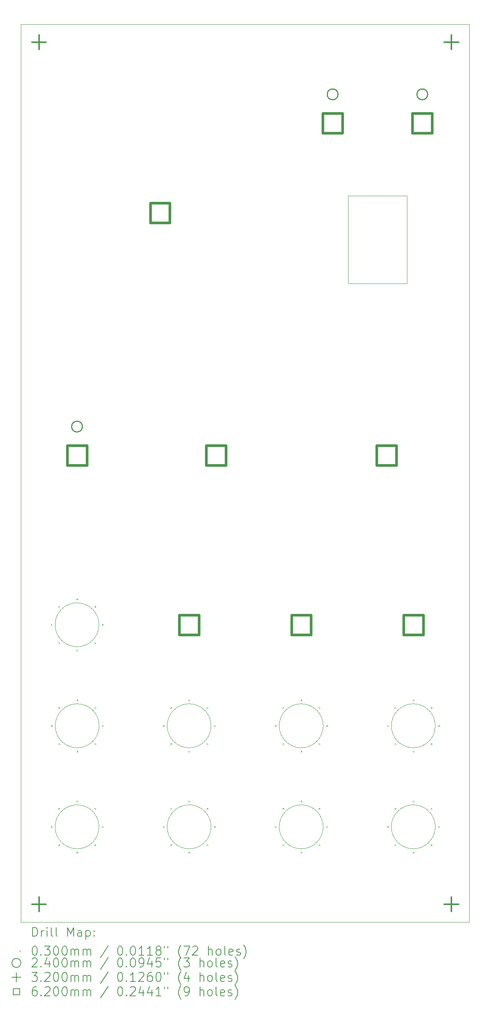
<source format=gbr>
%TF.GenerationSoftware,KiCad,Pcbnew,8.0.3*%
%TF.CreationDate,2024-06-29T18:44:25+02:00*%
%TF.ProjectId,DMH_VCO_40106_PANEL,444d485f-5643-44f5-9f34-303130365f50,1*%
%TF.SameCoordinates,Original*%
%TF.FileFunction,Drillmap*%
%TF.FilePolarity,Positive*%
%FSLAX45Y45*%
G04 Gerber Fmt 4.5, Leading zero omitted, Abs format (unit mm)*
G04 Created by KiCad (PCBNEW 8.0.3) date 2024-06-29 18:44:25*
%MOMM*%
%LPD*%
G01*
G04 APERTURE LIST*
%ADD10C,0.050000*%
%ADD11C,0.200000*%
%ADD12C,0.100000*%
%ADD13C,0.240000*%
%ADD14C,0.320000*%
%ADD15C,0.620000*%
G04 APERTURE END LIST*
D10*
X5000000Y-5000000D02*
X15000000Y-5000000D01*
X15000000Y-25000000D01*
X5000000Y-25000000D01*
X5000000Y-5000000D01*
X11740000Y-22875000D02*
G75*
G02*
X10760000Y-22875000I-490000J0D01*
G01*
X10760000Y-22875000D02*
G75*
G02*
X11740000Y-22875000I490000J0D01*
G01*
X6740000Y-22875000D02*
G75*
G02*
X5760000Y-22875000I-490000J0D01*
G01*
X5760000Y-22875000D02*
G75*
G02*
X6740000Y-22875000I490000J0D01*
G01*
X14240000Y-20625000D02*
G75*
G02*
X13260000Y-20625000I-490000J0D01*
G01*
X13260000Y-20625000D02*
G75*
G02*
X14240000Y-20625000I490000J0D01*
G01*
X9240000Y-20625000D02*
G75*
G02*
X8260000Y-20625000I-490000J0D01*
G01*
X8260000Y-20625000D02*
G75*
G02*
X9240000Y-20625000I490000J0D01*
G01*
X12295000Y-8822000D02*
X13605000Y-8822000D01*
X12295000Y-10778000D02*
X12295000Y-8822000D01*
X12295000Y-10778000D02*
X13605000Y-10778000D01*
X13605000Y-10778000D02*
X13605000Y-8822000D01*
X6744000Y-20625000D02*
G75*
G02*
X5764000Y-20625000I-490000J0D01*
G01*
X5764000Y-20625000D02*
G75*
G02*
X6744000Y-20625000I490000J0D01*
G01*
X11740000Y-20625000D02*
G75*
G02*
X10760000Y-20625000I-490000J0D01*
G01*
X10760000Y-20625000D02*
G75*
G02*
X11740000Y-20625000I490000J0D01*
G01*
X14240000Y-22875000D02*
G75*
G02*
X13260000Y-22875000I-490000J0D01*
G01*
X13260000Y-22875000D02*
G75*
G02*
X14240000Y-22875000I490000J0D01*
G01*
X9240000Y-22875000D02*
G75*
G02*
X8260000Y-22875000I-490000J0D01*
G01*
X8260000Y-22875000D02*
G75*
G02*
X9240000Y-22875000I490000J0D01*
G01*
X6740000Y-18375000D02*
G75*
G02*
X5760000Y-18375000I-490000J0D01*
G01*
X5760000Y-18375000D02*
G75*
G02*
X6740000Y-18375000I490000J0D01*
G01*
D11*
D12*
X5665000Y-18360000D02*
X5695000Y-18390000D01*
X5695000Y-18360000D02*
X5665000Y-18390000D01*
X5665000Y-22860000D02*
X5695000Y-22890000D01*
X5695000Y-22860000D02*
X5665000Y-22890000D01*
X5669000Y-20610000D02*
X5699000Y-20640000D01*
X5699000Y-20610000D02*
X5669000Y-20640000D01*
X5831000Y-17957000D02*
X5861000Y-17987000D01*
X5861000Y-17957000D02*
X5831000Y-17987000D01*
X5831000Y-22457000D02*
X5861000Y-22487000D01*
X5861000Y-22457000D02*
X5831000Y-22487000D01*
X5832000Y-18764000D02*
X5862000Y-18794000D01*
X5862000Y-18764000D02*
X5832000Y-18794000D01*
X5832000Y-23264000D02*
X5862000Y-23294000D01*
X5862000Y-23264000D02*
X5832000Y-23294000D01*
X5835000Y-20207000D02*
X5865000Y-20237000D01*
X5865000Y-20207000D02*
X5835000Y-20237000D01*
X5836000Y-21014000D02*
X5866000Y-21044000D01*
X5866000Y-21014000D02*
X5836000Y-21044000D01*
X6235000Y-17790000D02*
X6265000Y-17820000D01*
X6265000Y-17790000D02*
X6235000Y-17820000D01*
X6235000Y-18930000D02*
X6265000Y-18960000D01*
X6265000Y-18930000D02*
X6235000Y-18960000D01*
X6235000Y-22290000D02*
X6265000Y-22320000D01*
X6265000Y-22290000D02*
X6235000Y-22320000D01*
X6235000Y-23430000D02*
X6265000Y-23460000D01*
X6265000Y-23430000D02*
X6235000Y-23460000D01*
X6239000Y-20040000D02*
X6269000Y-20070000D01*
X6269000Y-20040000D02*
X6239000Y-20070000D01*
X6239000Y-21180000D02*
X6269000Y-21210000D01*
X6269000Y-21180000D02*
X6239000Y-21210000D01*
X6638000Y-18764000D02*
X6668000Y-18794000D01*
X6668000Y-18764000D02*
X6638000Y-18794000D01*
X6638000Y-23264000D02*
X6668000Y-23294000D01*
X6668000Y-23264000D02*
X6638000Y-23294000D01*
X6639000Y-17957000D02*
X6669000Y-17987000D01*
X6669000Y-17957000D02*
X6639000Y-17987000D01*
X6639000Y-22457000D02*
X6669000Y-22487000D01*
X6669000Y-22457000D02*
X6639000Y-22487000D01*
X6642000Y-21014000D02*
X6672000Y-21044000D01*
X6672000Y-21014000D02*
X6642000Y-21044000D01*
X6643000Y-20207000D02*
X6673000Y-20237000D01*
X6673000Y-20207000D02*
X6643000Y-20237000D01*
X6805000Y-18360000D02*
X6835000Y-18390000D01*
X6835000Y-18360000D02*
X6805000Y-18390000D01*
X6805000Y-22860000D02*
X6835000Y-22890000D01*
X6835000Y-22860000D02*
X6805000Y-22890000D01*
X6809000Y-20610000D02*
X6839000Y-20640000D01*
X6839000Y-20610000D02*
X6809000Y-20640000D01*
X8165000Y-20610000D02*
X8195000Y-20640000D01*
X8195000Y-20610000D02*
X8165000Y-20640000D01*
X8165000Y-22860000D02*
X8195000Y-22890000D01*
X8195000Y-22860000D02*
X8165000Y-22890000D01*
X8331000Y-20207000D02*
X8361000Y-20237000D01*
X8361000Y-20207000D02*
X8331000Y-20237000D01*
X8331000Y-22457000D02*
X8361000Y-22487000D01*
X8361000Y-22457000D02*
X8331000Y-22487000D01*
X8332000Y-21014000D02*
X8362000Y-21044000D01*
X8362000Y-21014000D02*
X8332000Y-21044000D01*
X8332000Y-23264000D02*
X8362000Y-23294000D01*
X8362000Y-23264000D02*
X8332000Y-23294000D01*
X8735000Y-20040000D02*
X8765000Y-20070000D01*
X8765000Y-20040000D02*
X8735000Y-20070000D01*
X8735000Y-21180000D02*
X8765000Y-21210000D01*
X8765000Y-21180000D02*
X8735000Y-21210000D01*
X8735000Y-22290000D02*
X8765000Y-22320000D01*
X8765000Y-22290000D02*
X8735000Y-22320000D01*
X8735000Y-23430000D02*
X8765000Y-23460000D01*
X8765000Y-23430000D02*
X8735000Y-23460000D01*
X9138000Y-21014000D02*
X9168000Y-21044000D01*
X9168000Y-21014000D02*
X9138000Y-21044000D01*
X9138000Y-23264000D02*
X9168000Y-23294000D01*
X9168000Y-23264000D02*
X9138000Y-23294000D01*
X9139000Y-20207000D02*
X9169000Y-20237000D01*
X9169000Y-20207000D02*
X9139000Y-20237000D01*
X9139000Y-22457000D02*
X9169000Y-22487000D01*
X9169000Y-22457000D02*
X9139000Y-22487000D01*
X9305000Y-20610000D02*
X9335000Y-20640000D01*
X9335000Y-20610000D02*
X9305000Y-20640000D01*
X9305000Y-22860000D02*
X9335000Y-22890000D01*
X9335000Y-22860000D02*
X9305000Y-22890000D01*
X10665000Y-20610000D02*
X10695000Y-20640000D01*
X10695000Y-20610000D02*
X10665000Y-20640000D01*
X10665000Y-22860000D02*
X10695000Y-22890000D01*
X10695000Y-22860000D02*
X10665000Y-22890000D01*
X10831000Y-20207000D02*
X10861000Y-20237000D01*
X10861000Y-20207000D02*
X10831000Y-20237000D01*
X10831000Y-22457000D02*
X10861000Y-22487000D01*
X10861000Y-22457000D02*
X10831000Y-22487000D01*
X10832000Y-21014000D02*
X10862000Y-21044000D01*
X10862000Y-21014000D02*
X10832000Y-21044000D01*
X10832000Y-23264000D02*
X10862000Y-23294000D01*
X10862000Y-23264000D02*
X10832000Y-23294000D01*
X11235000Y-20040000D02*
X11265000Y-20070000D01*
X11265000Y-20040000D02*
X11235000Y-20070000D01*
X11235000Y-21180000D02*
X11265000Y-21210000D01*
X11265000Y-21180000D02*
X11235000Y-21210000D01*
X11235000Y-22290000D02*
X11265000Y-22320000D01*
X11265000Y-22290000D02*
X11235000Y-22320000D01*
X11235000Y-23430000D02*
X11265000Y-23460000D01*
X11265000Y-23430000D02*
X11235000Y-23460000D01*
X11638000Y-21014000D02*
X11668000Y-21044000D01*
X11668000Y-21014000D02*
X11638000Y-21044000D01*
X11638000Y-23264000D02*
X11668000Y-23294000D01*
X11668000Y-23264000D02*
X11638000Y-23294000D01*
X11639000Y-20207000D02*
X11669000Y-20237000D01*
X11669000Y-20207000D02*
X11639000Y-20237000D01*
X11639000Y-22457000D02*
X11669000Y-22487000D01*
X11669000Y-22457000D02*
X11639000Y-22487000D01*
X11805000Y-20610000D02*
X11835000Y-20640000D01*
X11835000Y-20610000D02*
X11805000Y-20640000D01*
X11805000Y-22860000D02*
X11835000Y-22890000D01*
X11835000Y-22860000D02*
X11805000Y-22890000D01*
X13165000Y-20610000D02*
X13195000Y-20640000D01*
X13195000Y-20610000D02*
X13165000Y-20640000D01*
X13165000Y-22860000D02*
X13195000Y-22890000D01*
X13195000Y-22860000D02*
X13165000Y-22890000D01*
X13331000Y-20207000D02*
X13361000Y-20237000D01*
X13361000Y-20207000D02*
X13331000Y-20237000D01*
X13331000Y-22457000D02*
X13361000Y-22487000D01*
X13361000Y-22457000D02*
X13331000Y-22487000D01*
X13332000Y-21014000D02*
X13362000Y-21044000D01*
X13362000Y-21014000D02*
X13332000Y-21044000D01*
X13332000Y-23264000D02*
X13362000Y-23294000D01*
X13362000Y-23264000D02*
X13332000Y-23294000D01*
X13735000Y-20040000D02*
X13765000Y-20070000D01*
X13765000Y-20040000D02*
X13735000Y-20070000D01*
X13735000Y-21180000D02*
X13765000Y-21210000D01*
X13765000Y-21180000D02*
X13735000Y-21210000D01*
X13735000Y-22290000D02*
X13765000Y-22320000D01*
X13765000Y-22290000D02*
X13735000Y-22320000D01*
X13735000Y-23430000D02*
X13765000Y-23460000D01*
X13765000Y-23430000D02*
X13735000Y-23460000D01*
X14138000Y-21014000D02*
X14168000Y-21044000D01*
X14168000Y-21014000D02*
X14138000Y-21044000D01*
X14138000Y-23264000D02*
X14168000Y-23294000D01*
X14168000Y-23264000D02*
X14138000Y-23294000D01*
X14139000Y-20207000D02*
X14169000Y-20237000D01*
X14169000Y-20207000D02*
X14139000Y-20237000D01*
X14139000Y-22457000D02*
X14169000Y-22487000D01*
X14169000Y-22457000D02*
X14139000Y-22487000D01*
X14305000Y-20610000D02*
X14335000Y-20640000D01*
X14335000Y-20610000D02*
X14305000Y-20640000D01*
X14305000Y-22860000D02*
X14335000Y-22890000D01*
X14335000Y-22860000D02*
X14305000Y-22890000D01*
D13*
X6370000Y-13960000D02*
G75*
G02*
X6130000Y-13960000I-120000J0D01*
G01*
X6130000Y-13960000D02*
G75*
G02*
X6370000Y-13960000I120000J0D01*
G01*
X12070000Y-6560000D02*
G75*
G02*
X11830000Y-6560000I-120000J0D01*
G01*
X11830000Y-6560000D02*
G75*
G02*
X12070000Y-6560000I120000J0D01*
G01*
X14070000Y-6560000D02*
G75*
G02*
X13830000Y-6560000I-120000J0D01*
G01*
X13830000Y-6560000D02*
G75*
G02*
X14070000Y-6560000I120000J0D01*
G01*
D14*
X5400000Y-5240000D02*
X5400000Y-5560000D01*
X5240000Y-5400000D02*
X5560000Y-5400000D01*
X5400000Y-24440000D02*
X5400000Y-24760000D01*
X5240000Y-24600000D02*
X5560000Y-24600000D01*
X14600000Y-5240000D02*
X14600000Y-5560000D01*
X14440000Y-5400000D02*
X14760000Y-5400000D01*
X14600000Y-24440000D02*
X14600000Y-24760000D01*
X14440000Y-24600000D02*
X14760000Y-24600000D01*
D15*
X6469205Y-14819205D02*
X6469205Y-14380795D01*
X6030795Y-14380795D01*
X6030795Y-14819205D01*
X6469205Y-14819205D01*
X8319205Y-9419205D02*
X8319205Y-8980795D01*
X7880795Y-8980795D01*
X7880795Y-9419205D01*
X8319205Y-9419205D01*
X8969205Y-18594205D02*
X8969205Y-18155795D01*
X8530795Y-18155795D01*
X8530795Y-18594205D01*
X8969205Y-18594205D01*
X9569205Y-14819205D02*
X9569205Y-14380795D01*
X9130795Y-14380795D01*
X9130795Y-14819205D01*
X9569205Y-14819205D01*
X11469205Y-18594205D02*
X11469205Y-18155795D01*
X11030795Y-18155795D01*
X11030795Y-18594205D01*
X11469205Y-18594205D01*
X12169205Y-7419205D02*
X12169205Y-6980795D01*
X11730795Y-6980795D01*
X11730795Y-7419205D01*
X12169205Y-7419205D01*
X13369205Y-14819205D02*
X13369205Y-14380795D01*
X12930795Y-14380795D01*
X12930795Y-14819205D01*
X13369205Y-14819205D01*
X13969205Y-18594205D02*
X13969205Y-18155795D01*
X13530795Y-18155795D01*
X13530795Y-18594205D01*
X13969205Y-18594205D01*
X14169205Y-7419205D02*
X14169205Y-6980795D01*
X13730795Y-6980795D01*
X13730795Y-7419205D01*
X14169205Y-7419205D01*
D11*
X5258277Y-25313984D02*
X5258277Y-25113984D01*
X5258277Y-25113984D02*
X5305896Y-25113984D01*
X5305896Y-25113984D02*
X5334467Y-25123508D01*
X5334467Y-25123508D02*
X5353515Y-25142555D01*
X5353515Y-25142555D02*
X5363039Y-25161603D01*
X5363039Y-25161603D02*
X5372563Y-25199698D01*
X5372563Y-25199698D02*
X5372563Y-25228269D01*
X5372563Y-25228269D02*
X5363039Y-25266365D01*
X5363039Y-25266365D02*
X5353515Y-25285412D01*
X5353515Y-25285412D02*
X5334467Y-25304460D01*
X5334467Y-25304460D02*
X5305896Y-25313984D01*
X5305896Y-25313984D02*
X5258277Y-25313984D01*
X5458277Y-25313984D02*
X5458277Y-25180650D01*
X5458277Y-25218746D02*
X5467801Y-25199698D01*
X5467801Y-25199698D02*
X5477324Y-25190174D01*
X5477324Y-25190174D02*
X5496372Y-25180650D01*
X5496372Y-25180650D02*
X5515420Y-25180650D01*
X5582086Y-25313984D02*
X5582086Y-25180650D01*
X5582086Y-25113984D02*
X5572563Y-25123508D01*
X5572563Y-25123508D02*
X5582086Y-25133031D01*
X5582086Y-25133031D02*
X5591610Y-25123508D01*
X5591610Y-25123508D02*
X5582086Y-25113984D01*
X5582086Y-25113984D02*
X5582086Y-25133031D01*
X5705896Y-25313984D02*
X5686848Y-25304460D01*
X5686848Y-25304460D02*
X5677324Y-25285412D01*
X5677324Y-25285412D02*
X5677324Y-25113984D01*
X5810658Y-25313984D02*
X5791610Y-25304460D01*
X5791610Y-25304460D02*
X5782086Y-25285412D01*
X5782086Y-25285412D02*
X5782086Y-25113984D01*
X6039229Y-25313984D02*
X6039229Y-25113984D01*
X6039229Y-25113984D02*
X6105896Y-25256841D01*
X6105896Y-25256841D02*
X6172562Y-25113984D01*
X6172562Y-25113984D02*
X6172562Y-25313984D01*
X6353515Y-25313984D02*
X6353515Y-25209222D01*
X6353515Y-25209222D02*
X6343991Y-25190174D01*
X6343991Y-25190174D02*
X6324943Y-25180650D01*
X6324943Y-25180650D02*
X6286848Y-25180650D01*
X6286848Y-25180650D02*
X6267801Y-25190174D01*
X6353515Y-25304460D02*
X6334467Y-25313984D01*
X6334467Y-25313984D02*
X6286848Y-25313984D01*
X6286848Y-25313984D02*
X6267801Y-25304460D01*
X6267801Y-25304460D02*
X6258277Y-25285412D01*
X6258277Y-25285412D02*
X6258277Y-25266365D01*
X6258277Y-25266365D02*
X6267801Y-25247317D01*
X6267801Y-25247317D02*
X6286848Y-25237793D01*
X6286848Y-25237793D02*
X6334467Y-25237793D01*
X6334467Y-25237793D02*
X6353515Y-25228269D01*
X6448753Y-25180650D02*
X6448753Y-25380650D01*
X6448753Y-25190174D02*
X6467801Y-25180650D01*
X6467801Y-25180650D02*
X6505896Y-25180650D01*
X6505896Y-25180650D02*
X6524943Y-25190174D01*
X6524943Y-25190174D02*
X6534467Y-25199698D01*
X6534467Y-25199698D02*
X6543991Y-25218746D01*
X6543991Y-25218746D02*
X6543991Y-25275888D01*
X6543991Y-25275888D02*
X6534467Y-25294936D01*
X6534467Y-25294936D02*
X6524943Y-25304460D01*
X6524943Y-25304460D02*
X6505896Y-25313984D01*
X6505896Y-25313984D02*
X6467801Y-25313984D01*
X6467801Y-25313984D02*
X6448753Y-25304460D01*
X6629705Y-25294936D02*
X6639229Y-25304460D01*
X6639229Y-25304460D02*
X6629705Y-25313984D01*
X6629705Y-25313984D02*
X6620182Y-25304460D01*
X6620182Y-25304460D02*
X6629705Y-25294936D01*
X6629705Y-25294936D02*
X6629705Y-25313984D01*
X6629705Y-25190174D02*
X6639229Y-25199698D01*
X6639229Y-25199698D02*
X6629705Y-25209222D01*
X6629705Y-25209222D02*
X6620182Y-25199698D01*
X6620182Y-25199698D02*
X6629705Y-25190174D01*
X6629705Y-25190174D02*
X6629705Y-25209222D01*
D12*
X4967500Y-25627500D02*
X4997500Y-25657500D01*
X4997500Y-25627500D02*
X4967500Y-25657500D01*
D11*
X5296372Y-25533984D02*
X5315420Y-25533984D01*
X5315420Y-25533984D02*
X5334467Y-25543508D01*
X5334467Y-25543508D02*
X5343991Y-25553031D01*
X5343991Y-25553031D02*
X5353515Y-25572079D01*
X5353515Y-25572079D02*
X5363039Y-25610174D01*
X5363039Y-25610174D02*
X5363039Y-25657793D01*
X5363039Y-25657793D02*
X5353515Y-25695888D01*
X5353515Y-25695888D02*
X5343991Y-25714936D01*
X5343991Y-25714936D02*
X5334467Y-25724460D01*
X5334467Y-25724460D02*
X5315420Y-25733984D01*
X5315420Y-25733984D02*
X5296372Y-25733984D01*
X5296372Y-25733984D02*
X5277324Y-25724460D01*
X5277324Y-25724460D02*
X5267801Y-25714936D01*
X5267801Y-25714936D02*
X5258277Y-25695888D01*
X5258277Y-25695888D02*
X5248753Y-25657793D01*
X5248753Y-25657793D02*
X5248753Y-25610174D01*
X5248753Y-25610174D02*
X5258277Y-25572079D01*
X5258277Y-25572079D02*
X5267801Y-25553031D01*
X5267801Y-25553031D02*
X5277324Y-25543508D01*
X5277324Y-25543508D02*
X5296372Y-25533984D01*
X5448753Y-25714936D02*
X5458277Y-25724460D01*
X5458277Y-25724460D02*
X5448753Y-25733984D01*
X5448753Y-25733984D02*
X5439229Y-25724460D01*
X5439229Y-25724460D02*
X5448753Y-25714936D01*
X5448753Y-25714936D02*
X5448753Y-25733984D01*
X5524944Y-25533984D02*
X5648753Y-25533984D01*
X5648753Y-25533984D02*
X5582086Y-25610174D01*
X5582086Y-25610174D02*
X5610658Y-25610174D01*
X5610658Y-25610174D02*
X5629705Y-25619698D01*
X5629705Y-25619698D02*
X5639229Y-25629222D01*
X5639229Y-25629222D02*
X5648753Y-25648269D01*
X5648753Y-25648269D02*
X5648753Y-25695888D01*
X5648753Y-25695888D02*
X5639229Y-25714936D01*
X5639229Y-25714936D02*
X5629705Y-25724460D01*
X5629705Y-25724460D02*
X5610658Y-25733984D01*
X5610658Y-25733984D02*
X5553515Y-25733984D01*
X5553515Y-25733984D02*
X5534467Y-25724460D01*
X5534467Y-25724460D02*
X5524944Y-25714936D01*
X5772562Y-25533984D02*
X5791610Y-25533984D01*
X5791610Y-25533984D02*
X5810658Y-25543508D01*
X5810658Y-25543508D02*
X5820182Y-25553031D01*
X5820182Y-25553031D02*
X5829705Y-25572079D01*
X5829705Y-25572079D02*
X5839229Y-25610174D01*
X5839229Y-25610174D02*
X5839229Y-25657793D01*
X5839229Y-25657793D02*
X5829705Y-25695888D01*
X5829705Y-25695888D02*
X5820182Y-25714936D01*
X5820182Y-25714936D02*
X5810658Y-25724460D01*
X5810658Y-25724460D02*
X5791610Y-25733984D01*
X5791610Y-25733984D02*
X5772562Y-25733984D01*
X5772562Y-25733984D02*
X5753515Y-25724460D01*
X5753515Y-25724460D02*
X5743991Y-25714936D01*
X5743991Y-25714936D02*
X5734467Y-25695888D01*
X5734467Y-25695888D02*
X5724943Y-25657793D01*
X5724943Y-25657793D02*
X5724943Y-25610174D01*
X5724943Y-25610174D02*
X5734467Y-25572079D01*
X5734467Y-25572079D02*
X5743991Y-25553031D01*
X5743991Y-25553031D02*
X5753515Y-25543508D01*
X5753515Y-25543508D02*
X5772562Y-25533984D01*
X5963039Y-25533984D02*
X5982086Y-25533984D01*
X5982086Y-25533984D02*
X6001134Y-25543508D01*
X6001134Y-25543508D02*
X6010658Y-25553031D01*
X6010658Y-25553031D02*
X6020182Y-25572079D01*
X6020182Y-25572079D02*
X6029705Y-25610174D01*
X6029705Y-25610174D02*
X6029705Y-25657793D01*
X6029705Y-25657793D02*
X6020182Y-25695888D01*
X6020182Y-25695888D02*
X6010658Y-25714936D01*
X6010658Y-25714936D02*
X6001134Y-25724460D01*
X6001134Y-25724460D02*
X5982086Y-25733984D01*
X5982086Y-25733984D02*
X5963039Y-25733984D01*
X5963039Y-25733984D02*
X5943991Y-25724460D01*
X5943991Y-25724460D02*
X5934467Y-25714936D01*
X5934467Y-25714936D02*
X5924943Y-25695888D01*
X5924943Y-25695888D02*
X5915420Y-25657793D01*
X5915420Y-25657793D02*
X5915420Y-25610174D01*
X5915420Y-25610174D02*
X5924943Y-25572079D01*
X5924943Y-25572079D02*
X5934467Y-25553031D01*
X5934467Y-25553031D02*
X5943991Y-25543508D01*
X5943991Y-25543508D02*
X5963039Y-25533984D01*
X6115420Y-25733984D02*
X6115420Y-25600650D01*
X6115420Y-25619698D02*
X6124943Y-25610174D01*
X6124943Y-25610174D02*
X6143991Y-25600650D01*
X6143991Y-25600650D02*
X6172563Y-25600650D01*
X6172563Y-25600650D02*
X6191610Y-25610174D01*
X6191610Y-25610174D02*
X6201134Y-25629222D01*
X6201134Y-25629222D02*
X6201134Y-25733984D01*
X6201134Y-25629222D02*
X6210658Y-25610174D01*
X6210658Y-25610174D02*
X6229705Y-25600650D01*
X6229705Y-25600650D02*
X6258277Y-25600650D01*
X6258277Y-25600650D02*
X6277324Y-25610174D01*
X6277324Y-25610174D02*
X6286848Y-25629222D01*
X6286848Y-25629222D02*
X6286848Y-25733984D01*
X6382086Y-25733984D02*
X6382086Y-25600650D01*
X6382086Y-25619698D02*
X6391610Y-25610174D01*
X6391610Y-25610174D02*
X6410658Y-25600650D01*
X6410658Y-25600650D02*
X6439229Y-25600650D01*
X6439229Y-25600650D02*
X6458277Y-25610174D01*
X6458277Y-25610174D02*
X6467801Y-25629222D01*
X6467801Y-25629222D02*
X6467801Y-25733984D01*
X6467801Y-25629222D02*
X6477324Y-25610174D01*
X6477324Y-25610174D02*
X6496372Y-25600650D01*
X6496372Y-25600650D02*
X6524943Y-25600650D01*
X6524943Y-25600650D02*
X6543991Y-25610174D01*
X6543991Y-25610174D02*
X6553515Y-25629222D01*
X6553515Y-25629222D02*
X6553515Y-25733984D01*
X6943991Y-25524460D02*
X6772563Y-25781603D01*
X7201134Y-25533984D02*
X7220182Y-25533984D01*
X7220182Y-25533984D02*
X7239229Y-25543508D01*
X7239229Y-25543508D02*
X7248753Y-25553031D01*
X7248753Y-25553031D02*
X7258277Y-25572079D01*
X7258277Y-25572079D02*
X7267801Y-25610174D01*
X7267801Y-25610174D02*
X7267801Y-25657793D01*
X7267801Y-25657793D02*
X7258277Y-25695888D01*
X7258277Y-25695888D02*
X7248753Y-25714936D01*
X7248753Y-25714936D02*
X7239229Y-25724460D01*
X7239229Y-25724460D02*
X7220182Y-25733984D01*
X7220182Y-25733984D02*
X7201134Y-25733984D01*
X7201134Y-25733984D02*
X7182086Y-25724460D01*
X7182086Y-25724460D02*
X7172563Y-25714936D01*
X7172563Y-25714936D02*
X7163039Y-25695888D01*
X7163039Y-25695888D02*
X7153515Y-25657793D01*
X7153515Y-25657793D02*
X7153515Y-25610174D01*
X7153515Y-25610174D02*
X7163039Y-25572079D01*
X7163039Y-25572079D02*
X7172563Y-25553031D01*
X7172563Y-25553031D02*
X7182086Y-25543508D01*
X7182086Y-25543508D02*
X7201134Y-25533984D01*
X7353515Y-25714936D02*
X7363039Y-25724460D01*
X7363039Y-25724460D02*
X7353515Y-25733984D01*
X7353515Y-25733984D02*
X7343991Y-25724460D01*
X7343991Y-25724460D02*
X7353515Y-25714936D01*
X7353515Y-25714936D02*
X7353515Y-25733984D01*
X7486848Y-25533984D02*
X7505896Y-25533984D01*
X7505896Y-25533984D02*
X7524944Y-25543508D01*
X7524944Y-25543508D02*
X7534467Y-25553031D01*
X7534467Y-25553031D02*
X7543991Y-25572079D01*
X7543991Y-25572079D02*
X7553515Y-25610174D01*
X7553515Y-25610174D02*
X7553515Y-25657793D01*
X7553515Y-25657793D02*
X7543991Y-25695888D01*
X7543991Y-25695888D02*
X7534467Y-25714936D01*
X7534467Y-25714936D02*
X7524944Y-25724460D01*
X7524944Y-25724460D02*
X7505896Y-25733984D01*
X7505896Y-25733984D02*
X7486848Y-25733984D01*
X7486848Y-25733984D02*
X7467801Y-25724460D01*
X7467801Y-25724460D02*
X7458277Y-25714936D01*
X7458277Y-25714936D02*
X7448753Y-25695888D01*
X7448753Y-25695888D02*
X7439229Y-25657793D01*
X7439229Y-25657793D02*
X7439229Y-25610174D01*
X7439229Y-25610174D02*
X7448753Y-25572079D01*
X7448753Y-25572079D02*
X7458277Y-25553031D01*
X7458277Y-25553031D02*
X7467801Y-25543508D01*
X7467801Y-25543508D02*
X7486848Y-25533984D01*
X7743991Y-25733984D02*
X7629706Y-25733984D01*
X7686848Y-25733984D02*
X7686848Y-25533984D01*
X7686848Y-25533984D02*
X7667801Y-25562555D01*
X7667801Y-25562555D02*
X7648753Y-25581603D01*
X7648753Y-25581603D02*
X7629706Y-25591127D01*
X7934467Y-25733984D02*
X7820182Y-25733984D01*
X7877325Y-25733984D02*
X7877325Y-25533984D01*
X7877325Y-25533984D02*
X7858277Y-25562555D01*
X7858277Y-25562555D02*
X7839229Y-25581603D01*
X7839229Y-25581603D02*
X7820182Y-25591127D01*
X8048753Y-25619698D02*
X8029706Y-25610174D01*
X8029706Y-25610174D02*
X8020182Y-25600650D01*
X8020182Y-25600650D02*
X8010658Y-25581603D01*
X8010658Y-25581603D02*
X8010658Y-25572079D01*
X8010658Y-25572079D02*
X8020182Y-25553031D01*
X8020182Y-25553031D02*
X8029706Y-25543508D01*
X8029706Y-25543508D02*
X8048753Y-25533984D01*
X8048753Y-25533984D02*
X8086848Y-25533984D01*
X8086848Y-25533984D02*
X8105896Y-25543508D01*
X8105896Y-25543508D02*
X8115420Y-25553031D01*
X8115420Y-25553031D02*
X8124944Y-25572079D01*
X8124944Y-25572079D02*
X8124944Y-25581603D01*
X8124944Y-25581603D02*
X8115420Y-25600650D01*
X8115420Y-25600650D02*
X8105896Y-25610174D01*
X8105896Y-25610174D02*
X8086848Y-25619698D01*
X8086848Y-25619698D02*
X8048753Y-25619698D01*
X8048753Y-25619698D02*
X8029706Y-25629222D01*
X8029706Y-25629222D02*
X8020182Y-25638746D01*
X8020182Y-25638746D02*
X8010658Y-25657793D01*
X8010658Y-25657793D02*
X8010658Y-25695888D01*
X8010658Y-25695888D02*
X8020182Y-25714936D01*
X8020182Y-25714936D02*
X8029706Y-25724460D01*
X8029706Y-25724460D02*
X8048753Y-25733984D01*
X8048753Y-25733984D02*
X8086848Y-25733984D01*
X8086848Y-25733984D02*
X8105896Y-25724460D01*
X8105896Y-25724460D02*
X8115420Y-25714936D01*
X8115420Y-25714936D02*
X8124944Y-25695888D01*
X8124944Y-25695888D02*
X8124944Y-25657793D01*
X8124944Y-25657793D02*
X8115420Y-25638746D01*
X8115420Y-25638746D02*
X8105896Y-25629222D01*
X8105896Y-25629222D02*
X8086848Y-25619698D01*
X8201134Y-25533984D02*
X8201134Y-25572079D01*
X8277325Y-25533984D02*
X8277325Y-25572079D01*
X8572563Y-25810174D02*
X8563039Y-25800650D01*
X8563039Y-25800650D02*
X8543991Y-25772079D01*
X8543991Y-25772079D02*
X8534468Y-25753031D01*
X8534468Y-25753031D02*
X8524944Y-25724460D01*
X8524944Y-25724460D02*
X8515420Y-25676841D01*
X8515420Y-25676841D02*
X8515420Y-25638746D01*
X8515420Y-25638746D02*
X8524944Y-25591127D01*
X8524944Y-25591127D02*
X8534468Y-25562555D01*
X8534468Y-25562555D02*
X8543991Y-25543508D01*
X8543991Y-25543508D02*
X8563039Y-25514936D01*
X8563039Y-25514936D02*
X8572563Y-25505412D01*
X8629706Y-25533984D02*
X8763039Y-25533984D01*
X8763039Y-25533984D02*
X8677325Y-25733984D01*
X8829706Y-25553031D02*
X8839230Y-25543508D01*
X8839230Y-25543508D02*
X8858277Y-25533984D01*
X8858277Y-25533984D02*
X8905896Y-25533984D01*
X8905896Y-25533984D02*
X8924944Y-25543508D01*
X8924944Y-25543508D02*
X8934468Y-25553031D01*
X8934468Y-25553031D02*
X8943991Y-25572079D01*
X8943991Y-25572079D02*
X8943991Y-25591127D01*
X8943991Y-25591127D02*
X8934468Y-25619698D01*
X8934468Y-25619698D02*
X8820182Y-25733984D01*
X8820182Y-25733984D02*
X8943991Y-25733984D01*
X9182087Y-25733984D02*
X9182087Y-25533984D01*
X9267801Y-25733984D02*
X9267801Y-25629222D01*
X9267801Y-25629222D02*
X9258277Y-25610174D01*
X9258277Y-25610174D02*
X9239230Y-25600650D01*
X9239230Y-25600650D02*
X9210658Y-25600650D01*
X9210658Y-25600650D02*
X9191611Y-25610174D01*
X9191611Y-25610174D02*
X9182087Y-25619698D01*
X9391611Y-25733984D02*
X9372563Y-25724460D01*
X9372563Y-25724460D02*
X9363039Y-25714936D01*
X9363039Y-25714936D02*
X9353515Y-25695888D01*
X9353515Y-25695888D02*
X9353515Y-25638746D01*
X9353515Y-25638746D02*
X9363039Y-25619698D01*
X9363039Y-25619698D02*
X9372563Y-25610174D01*
X9372563Y-25610174D02*
X9391611Y-25600650D01*
X9391611Y-25600650D02*
X9420182Y-25600650D01*
X9420182Y-25600650D02*
X9439230Y-25610174D01*
X9439230Y-25610174D02*
X9448753Y-25619698D01*
X9448753Y-25619698D02*
X9458277Y-25638746D01*
X9458277Y-25638746D02*
X9458277Y-25695888D01*
X9458277Y-25695888D02*
X9448753Y-25714936D01*
X9448753Y-25714936D02*
X9439230Y-25724460D01*
X9439230Y-25724460D02*
X9420182Y-25733984D01*
X9420182Y-25733984D02*
X9391611Y-25733984D01*
X9572563Y-25733984D02*
X9553515Y-25724460D01*
X9553515Y-25724460D02*
X9543992Y-25705412D01*
X9543992Y-25705412D02*
X9543992Y-25533984D01*
X9724944Y-25724460D02*
X9705896Y-25733984D01*
X9705896Y-25733984D02*
X9667801Y-25733984D01*
X9667801Y-25733984D02*
X9648753Y-25724460D01*
X9648753Y-25724460D02*
X9639230Y-25705412D01*
X9639230Y-25705412D02*
X9639230Y-25629222D01*
X9639230Y-25629222D02*
X9648753Y-25610174D01*
X9648753Y-25610174D02*
X9667801Y-25600650D01*
X9667801Y-25600650D02*
X9705896Y-25600650D01*
X9705896Y-25600650D02*
X9724944Y-25610174D01*
X9724944Y-25610174D02*
X9734468Y-25629222D01*
X9734468Y-25629222D02*
X9734468Y-25648269D01*
X9734468Y-25648269D02*
X9639230Y-25667317D01*
X9810658Y-25724460D02*
X9829706Y-25733984D01*
X9829706Y-25733984D02*
X9867801Y-25733984D01*
X9867801Y-25733984D02*
X9886849Y-25724460D01*
X9886849Y-25724460D02*
X9896373Y-25705412D01*
X9896373Y-25705412D02*
X9896373Y-25695888D01*
X9896373Y-25695888D02*
X9886849Y-25676841D01*
X9886849Y-25676841D02*
X9867801Y-25667317D01*
X9867801Y-25667317D02*
X9839230Y-25667317D01*
X9839230Y-25667317D02*
X9820182Y-25657793D01*
X9820182Y-25657793D02*
X9810658Y-25638746D01*
X9810658Y-25638746D02*
X9810658Y-25629222D01*
X9810658Y-25629222D02*
X9820182Y-25610174D01*
X9820182Y-25610174D02*
X9839230Y-25600650D01*
X9839230Y-25600650D02*
X9867801Y-25600650D01*
X9867801Y-25600650D02*
X9886849Y-25610174D01*
X9963039Y-25810174D02*
X9972563Y-25800650D01*
X9972563Y-25800650D02*
X9991611Y-25772079D01*
X9991611Y-25772079D02*
X10001134Y-25753031D01*
X10001134Y-25753031D02*
X10010658Y-25724460D01*
X10010658Y-25724460D02*
X10020182Y-25676841D01*
X10020182Y-25676841D02*
X10020182Y-25638746D01*
X10020182Y-25638746D02*
X10010658Y-25591127D01*
X10010658Y-25591127D02*
X10001134Y-25562555D01*
X10001134Y-25562555D02*
X9991611Y-25543508D01*
X9991611Y-25543508D02*
X9972563Y-25514936D01*
X9972563Y-25514936D02*
X9963039Y-25505412D01*
X4997500Y-25906500D02*
G75*
G02*
X4797500Y-25906500I-100000J0D01*
G01*
X4797500Y-25906500D02*
G75*
G02*
X4997500Y-25906500I100000J0D01*
G01*
X5248753Y-25817031D02*
X5258277Y-25807508D01*
X5258277Y-25807508D02*
X5277324Y-25797984D01*
X5277324Y-25797984D02*
X5324944Y-25797984D01*
X5324944Y-25797984D02*
X5343991Y-25807508D01*
X5343991Y-25807508D02*
X5353515Y-25817031D01*
X5353515Y-25817031D02*
X5363039Y-25836079D01*
X5363039Y-25836079D02*
X5363039Y-25855127D01*
X5363039Y-25855127D02*
X5353515Y-25883698D01*
X5353515Y-25883698D02*
X5239229Y-25997984D01*
X5239229Y-25997984D02*
X5363039Y-25997984D01*
X5448753Y-25978936D02*
X5458277Y-25988460D01*
X5458277Y-25988460D02*
X5448753Y-25997984D01*
X5448753Y-25997984D02*
X5439229Y-25988460D01*
X5439229Y-25988460D02*
X5448753Y-25978936D01*
X5448753Y-25978936D02*
X5448753Y-25997984D01*
X5629705Y-25864650D02*
X5629705Y-25997984D01*
X5582086Y-25788460D02*
X5534467Y-25931317D01*
X5534467Y-25931317D02*
X5658277Y-25931317D01*
X5772562Y-25797984D02*
X5791610Y-25797984D01*
X5791610Y-25797984D02*
X5810658Y-25807508D01*
X5810658Y-25807508D02*
X5820182Y-25817031D01*
X5820182Y-25817031D02*
X5829705Y-25836079D01*
X5829705Y-25836079D02*
X5839229Y-25874174D01*
X5839229Y-25874174D02*
X5839229Y-25921793D01*
X5839229Y-25921793D02*
X5829705Y-25959888D01*
X5829705Y-25959888D02*
X5820182Y-25978936D01*
X5820182Y-25978936D02*
X5810658Y-25988460D01*
X5810658Y-25988460D02*
X5791610Y-25997984D01*
X5791610Y-25997984D02*
X5772562Y-25997984D01*
X5772562Y-25997984D02*
X5753515Y-25988460D01*
X5753515Y-25988460D02*
X5743991Y-25978936D01*
X5743991Y-25978936D02*
X5734467Y-25959888D01*
X5734467Y-25959888D02*
X5724943Y-25921793D01*
X5724943Y-25921793D02*
X5724943Y-25874174D01*
X5724943Y-25874174D02*
X5734467Y-25836079D01*
X5734467Y-25836079D02*
X5743991Y-25817031D01*
X5743991Y-25817031D02*
X5753515Y-25807508D01*
X5753515Y-25807508D02*
X5772562Y-25797984D01*
X5963039Y-25797984D02*
X5982086Y-25797984D01*
X5982086Y-25797984D02*
X6001134Y-25807508D01*
X6001134Y-25807508D02*
X6010658Y-25817031D01*
X6010658Y-25817031D02*
X6020182Y-25836079D01*
X6020182Y-25836079D02*
X6029705Y-25874174D01*
X6029705Y-25874174D02*
X6029705Y-25921793D01*
X6029705Y-25921793D02*
X6020182Y-25959888D01*
X6020182Y-25959888D02*
X6010658Y-25978936D01*
X6010658Y-25978936D02*
X6001134Y-25988460D01*
X6001134Y-25988460D02*
X5982086Y-25997984D01*
X5982086Y-25997984D02*
X5963039Y-25997984D01*
X5963039Y-25997984D02*
X5943991Y-25988460D01*
X5943991Y-25988460D02*
X5934467Y-25978936D01*
X5934467Y-25978936D02*
X5924943Y-25959888D01*
X5924943Y-25959888D02*
X5915420Y-25921793D01*
X5915420Y-25921793D02*
X5915420Y-25874174D01*
X5915420Y-25874174D02*
X5924943Y-25836079D01*
X5924943Y-25836079D02*
X5934467Y-25817031D01*
X5934467Y-25817031D02*
X5943991Y-25807508D01*
X5943991Y-25807508D02*
X5963039Y-25797984D01*
X6115420Y-25997984D02*
X6115420Y-25864650D01*
X6115420Y-25883698D02*
X6124943Y-25874174D01*
X6124943Y-25874174D02*
X6143991Y-25864650D01*
X6143991Y-25864650D02*
X6172563Y-25864650D01*
X6172563Y-25864650D02*
X6191610Y-25874174D01*
X6191610Y-25874174D02*
X6201134Y-25893222D01*
X6201134Y-25893222D02*
X6201134Y-25997984D01*
X6201134Y-25893222D02*
X6210658Y-25874174D01*
X6210658Y-25874174D02*
X6229705Y-25864650D01*
X6229705Y-25864650D02*
X6258277Y-25864650D01*
X6258277Y-25864650D02*
X6277324Y-25874174D01*
X6277324Y-25874174D02*
X6286848Y-25893222D01*
X6286848Y-25893222D02*
X6286848Y-25997984D01*
X6382086Y-25997984D02*
X6382086Y-25864650D01*
X6382086Y-25883698D02*
X6391610Y-25874174D01*
X6391610Y-25874174D02*
X6410658Y-25864650D01*
X6410658Y-25864650D02*
X6439229Y-25864650D01*
X6439229Y-25864650D02*
X6458277Y-25874174D01*
X6458277Y-25874174D02*
X6467801Y-25893222D01*
X6467801Y-25893222D02*
X6467801Y-25997984D01*
X6467801Y-25893222D02*
X6477324Y-25874174D01*
X6477324Y-25874174D02*
X6496372Y-25864650D01*
X6496372Y-25864650D02*
X6524943Y-25864650D01*
X6524943Y-25864650D02*
X6543991Y-25874174D01*
X6543991Y-25874174D02*
X6553515Y-25893222D01*
X6553515Y-25893222D02*
X6553515Y-25997984D01*
X6943991Y-25788460D02*
X6772563Y-26045603D01*
X7201134Y-25797984D02*
X7220182Y-25797984D01*
X7220182Y-25797984D02*
X7239229Y-25807508D01*
X7239229Y-25807508D02*
X7248753Y-25817031D01*
X7248753Y-25817031D02*
X7258277Y-25836079D01*
X7258277Y-25836079D02*
X7267801Y-25874174D01*
X7267801Y-25874174D02*
X7267801Y-25921793D01*
X7267801Y-25921793D02*
X7258277Y-25959888D01*
X7258277Y-25959888D02*
X7248753Y-25978936D01*
X7248753Y-25978936D02*
X7239229Y-25988460D01*
X7239229Y-25988460D02*
X7220182Y-25997984D01*
X7220182Y-25997984D02*
X7201134Y-25997984D01*
X7201134Y-25997984D02*
X7182086Y-25988460D01*
X7182086Y-25988460D02*
X7172563Y-25978936D01*
X7172563Y-25978936D02*
X7163039Y-25959888D01*
X7163039Y-25959888D02*
X7153515Y-25921793D01*
X7153515Y-25921793D02*
X7153515Y-25874174D01*
X7153515Y-25874174D02*
X7163039Y-25836079D01*
X7163039Y-25836079D02*
X7172563Y-25817031D01*
X7172563Y-25817031D02*
X7182086Y-25807508D01*
X7182086Y-25807508D02*
X7201134Y-25797984D01*
X7353515Y-25978936D02*
X7363039Y-25988460D01*
X7363039Y-25988460D02*
X7353515Y-25997984D01*
X7353515Y-25997984D02*
X7343991Y-25988460D01*
X7343991Y-25988460D02*
X7353515Y-25978936D01*
X7353515Y-25978936D02*
X7353515Y-25997984D01*
X7486848Y-25797984D02*
X7505896Y-25797984D01*
X7505896Y-25797984D02*
X7524944Y-25807508D01*
X7524944Y-25807508D02*
X7534467Y-25817031D01*
X7534467Y-25817031D02*
X7543991Y-25836079D01*
X7543991Y-25836079D02*
X7553515Y-25874174D01*
X7553515Y-25874174D02*
X7553515Y-25921793D01*
X7553515Y-25921793D02*
X7543991Y-25959888D01*
X7543991Y-25959888D02*
X7534467Y-25978936D01*
X7534467Y-25978936D02*
X7524944Y-25988460D01*
X7524944Y-25988460D02*
X7505896Y-25997984D01*
X7505896Y-25997984D02*
X7486848Y-25997984D01*
X7486848Y-25997984D02*
X7467801Y-25988460D01*
X7467801Y-25988460D02*
X7458277Y-25978936D01*
X7458277Y-25978936D02*
X7448753Y-25959888D01*
X7448753Y-25959888D02*
X7439229Y-25921793D01*
X7439229Y-25921793D02*
X7439229Y-25874174D01*
X7439229Y-25874174D02*
X7448753Y-25836079D01*
X7448753Y-25836079D02*
X7458277Y-25817031D01*
X7458277Y-25817031D02*
X7467801Y-25807508D01*
X7467801Y-25807508D02*
X7486848Y-25797984D01*
X7648753Y-25997984D02*
X7686848Y-25997984D01*
X7686848Y-25997984D02*
X7705896Y-25988460D01*
X7705896Y-25988460D02*
X7715420Y-25978936D01*
X7715420Y-25978936D02*
X7734467Y-25950365D01*
X7734467Y-25950365D02*
X7743991Y-25912269D01*
X7743991Y-25912269D02*
X7743991Y-25836079D01*
X7743991Y-25836079D02*
X7734467Y-25817031D01*
X7734467Y-25817031D02*
X7724944Y-25807508D01*
X7724944Y-25807508D02*
X7705896Y-25797984D01*
X7705896Y-25797984D02*
X7667801Y-25797984D01*
X7667801Y-25797984D02*
X7648753Y-25807508D01*
X7648753Y-25807508D02*
X7639229Y-25817031D01*
X7639229Y-25817031D02*
X7629706Y-25836079D01*
X7629706Y-25836079D02*
X7629706Y-25883698D01*
X7629706Y-25883698D02*
X7639229Y-25902746D01*
X7639229Y-25902746D02*
X7648753Y-25912269D01*
X7648753Y-25912269D02*
X7667801Y-25921793D01*
X7667801Y-25921793D02*
X7705896Y-25921793D01*
X7705896Y-25921793D02*
X7724944Y-25912269D01*
X7724944Y-25912269D02*
X7734467Y-25902746D01*
X7734467Y-25902746D02*
X7743991Y-25883698D01*
X7915420Y-25864650D02*
X7915420Y-25997984D01*
X7867801Y-25788460D02*
X7820182Y-25931317D01*
X7820182Y-25931317D02*
X7943991Y-25931317D01*
X8115420Y-25797984D02*
X8020182Y-25797984D01*
X8020182Y-25797984D02*
X8010658Y-25893222D01*
X8010658Y-25893222D02*
X8020182Y-25883698D01*
X8020182Y-25883698D02*
X8039229Y-25874174D01*
X8039229Y-25874174D02*
X8086848Y-25874174D01*
X8086848Y-25874174D02*
X8105896Y-25883698D01*
X8105896Y-25883698D02*
X8115420Y-25893222D01*
X8115420Y-25893222D02*
X8124944Y-25912269D01*
X8124944Y-25912269D02*
X8124944Y-25959888D01*
X8124944Y-25959888D02*
X8115420Y-25978936D01*
X8115420Y-25978936D02*
X8105896Y-25988460D01*
X8105896Y-25988460D02*
X8086848Y-25997984D01*
X8086848Y-25997984D02*
X8039229Y-25997984D01*
X8039229Y-25997984D02*
X8020182Y-25988460D01*
X8020182Y-25988460D02*
X8010658Y-25978936D01*
X8201134Y-25797984D02*
X8201134Y-25836079D01*
X8277325Y-25797984D02*
X8277325Y-25836079D01*
X8572563Y-26074174D02*
X8563039Y-26064650D01*
X8563039Y-26064650D02*
X8543991Y-26036079D01*
X8543991Y-26036079D02*
X8534468Y-26017031D01*
X8534468Y-26017031D02*
X8524944Y-25988460D01*
X8524944Y-25988460D02*
X8515420Y-25940841D01*
X8515420Y-25940841D02*
X8515420Y-25902746D01*
X8515420Y-25902746D02*
X8524944Y-25855127D01*
X8524944Y-25855127D02*
X8534468Y-25826555D01*
X8534468Y-25826555D02*
X8543991Y-25807508D01*
X8543991Y-25807508D02*
X8563039Y-25778936D01*
X8563039Y-25778936D02*
X8572563Y-25769412D01*
X8629706Y-25797984D02*
X8753515Y-25797984D01*
X8753515Y-25797984D02*
X8686849Y-25874174D01*
X8686849Y-25874174D02*
X8715420Y-25874174D01*
X8715420Y-25874174D02*
X8734468Y-25883698D01*
X8734468Y-25883698D02*
X8743991Y-25893222D01*
X8743991Y-25893222D02*
X8753515Y-25912269D01*
X8753515Y-25912269D02*
X8753515Y-25959888D01*
X8753515Y-25959888D02*
X8743991Y-25978936D01*
X8743991Y-25978936D02*
X8734468Y-25988460D01*
X8734468Y-25988460D02*
X8715420Y-25997984D01*
X8715420Y-25997984D02*
X8658277Y-25997984D01*
X8658277Y-25997984D02*
X8639230Y-25988460D01*
X8639230Y-25988460D02*
X8629706Y-25978936D01*
X8991611Y-25997984D02*
X8991611Y-25797984D01*
X9077325Y-25997984D02*
X9077325Y-25893222D01*
X9077325Y-25893222D02*
X9067801Y-25874174D01*
X9067801Y-25874174D02*
X9048753Y-25864650D01*
X9048753Y-25864650D02*
X9020182Y-25864650D01*
X9020182Y-25864650D02*
X9001134Y-25874174D01*
X9001134Y-25874174D02*
X8991611Y-25883698D01*
X9201134Y-25997984D02*
X9182087Y-25988460D01*
X9182087Y-25988460D02*
X9172563Y-25978936D01*
X9172563Y-25978936D02*
X9163039Y-25959888D01*
X9163039Y-25959888D02*
X9163039Y-25902746D01*
X9163039Y-25902746D02*
X9172563Y-25883698D01*
X9172563Y-25883698D02*
X9182087Y-25874174D01*
X9182087Y-25874174D02*
X9201134Y-25864650D01*
X9201134Y-25864650D02*
X9229706Y-25864650D01*
X9229706Y-25864650D02*
X9248753Y-25874174D01*
X9248753Y-25874174D02*
X9258277Y-25883698D01*
X9258277Y-25883698D02*
X9267801Y-25902746D01*
X9267801Y-25902746D02*
X9267801Y-25959888D01*
X9267801Y-25959888D02*
X9258277Y-25978936D01*
X9258277Y-25978936D02*
X9248753Y-25988460D01*
X9248753Y-25988460D02*
X9229706Y-25997984D01*
X9229706Y-25997984D02*
X9201134Y-25997984D01*
X9382087Y-25997984D02*
X9363039Y-25988460D01*
X9363039Y-25988460D02*
X9353515Y-25969412D01*
X9353515Y-25969412D02*
X9353515Y-25797984D01*
X9534468Y-25988460D02*
X9515420Y-25997984D01*
X9515420Y-25997984D02*
X9477325Y-25997984D01*
X9477325Y-25997984D02*
X9458277Y-25988460D01*
X9458277Y-25988460D02*
X9448753Y-25969412D01*
X9448753Y-25969412D02*
X9448753Y-25893222D01*
X9448753Y-25893222D02*
X9458277Y-25874174D01*
X9458277Y-25874174D02*
X9477325Y-25864650D01*
X9477325Y-25864650D02*
X9515420Y-25864650D01*
X9515420Y-25864650D02*
X9534468Y-25874174D01*
X9534468Y-25874174D02*
X9543992Y-25893222D01*
X9543992Y-25893222D02*
X9543992Y-25912269D01*
X9543992Y-25912269D02*
X9448753Y-25931317D01*
X9620182Y-25988460D02*
X9639230Y-25997984D01*
X9639230Y-25997984D02*
X9677325Y-25997984D01*
X9677325Y-25997984D02*
X9696373Y-25988460D01*
X9696373Y-25988460D02*
X9705896Y-25969412D01*
X9705896Y-25969412D02*
X9705896Y-25959888D01*
X9705896Y-25959888D02*
X9696373Y-25940841D01*
X9696373Y-25940841D02*
X9677325Y-25931317D01*
X9677325Y-25931317D02*
X9648753Y-25931317D01*
X9648753Y-25931317D02*
X9629706Y-25921793D01*
X9629706Y-25921793D02*
X9620182Y-25902746D01*
X9620182Y-25902746D02*
X9620182Y-25893222D01*
X9620182Y-25893222D02*
X9629706Y-25874174D01*
X9629706Y-25874174D02*
X9648753Y-25864650D01*
X9648753Y-25864650D02*
X9677325Y-25864650D01*
X9677325Y-25864650D02*
X9696373Y-25874174D01*
X9772563Y-26074174D02*
X9782087Y-26064650D01*
X9782087Y-26064650D02*
X9801134Y-26036079D01*
X9801134Y-26036079D02*
X9810658Y-26017031D01*
X9810658Y-26017031D02*
X9820182Y-25988460D01*
X9820182Y-25988460D02*
X9829706Y-25940841D01*
X9829706Y-25940841D02*
X9829706Y-25902746D01*
X9829706Y-25902746D02*
X9820182Y-25855127D01*
X9820182Y-25855127D02*
X9810658Y-25826555D01*
X9810658Y-25826555D02*
X9801134Y-25807508D01*
X9801134Y-25807508D02*
X9782087Y-25778936D01*
X9782087Y-25778936D02*
X9772563Y-25769412D01*
X4897500Y-26126500D02*
X4897500Y-26326500D01*
X4797500Y-26226500D02*
X4997500Y-26226500D01*
X5239229Y-26117984D02*
X5363039Y-26117984D01*
X5363039Y-26117984D02*
X5296372Y-26194174D01*
X5296372Y-26194174D02*
X5324944Y-26194174D01*
X5324944Y-26194174D02*
X5343991Y-26203698D01*
X5343991Y-26203698D02*
X5353515Y-26213222D01*
X5353515Y-26213222D02*
X5363039Y-26232269D01*
X5363039Y-26232269D02*
X5363039Y-26279888D01*
X5363039Y-26279888D02*
X5353515Y-26298936D01*
X5353515Y-26298936D02*
X5343991Y-26308460D01*
X5343991Y-26308460D02*
X5324944Y-26317984D01*
X5324944Y-26317984D02*
X5267801Y-26317984D01*
X5267801Y-26317984D02*
X5248753Y-26308460D01*
X5248753Y-26308460D02*
X5239229Y-26298936D01*
X5448753Y-26298936D02*
X5458277Y-26308460D01*
X5458277Y-26308460D02*
X5448753Y-26317984D01*
X5448753Y-26317984D02*
X5439229Y-26308460D01*
X5439229Y-26308460D02*
X5448753Y-26298936D01*
X5448753Y-26298936D02*
X5448753Y-26317984D01*
X5534467Y-26137031D02*
X5543991Y-26127508D01*
X5543991Y-26127508D02*
X5563039Y-26117984D01*
X5563039Y-26117984D02*
X5610658Y-26117984D01*
X5610658Y-26117984D02*
X5629705Y-26127508D01*
X5629705Y-26127508D02*
X5639229Y-26137031D01*
X5639229Y-26137031D02*
X5648753Y-26156079D01*
X5648753Y-26156079D02*
X5648753Y-26175127D01*
X5648753Y-26175127D02*
X5639229Y-26203698D01*
X5639229Y-26203698D02*
X5524944Y-26317984D01*
X5524944Y-26317984D02*
X5648753Y-26317984D01*
X5772562Y-26117984D02*
X5791610Y-26117984D01*
X5791610Y-26117984D02*
X5810658Y-26127508D01*
X5810658Y-26127508D02*
X5820182Y-26137031D01*
X5820182Y-26137031D02*
X5829705Y-26156079D01*
X5829705Y-26156079D02*
X5839229Y-26194174D01*
X5839229Y-26194174D02*
X5839229Y-26241793D01*
X5839229Y-26241793D02*
X5829705Y-26279888D01*
X5829705Y-26279888D02*
X5820182Y-26298936D01*
X5820182Y-26298936D02*
X5810658Y-26308460D01*
X5810658Y-26308460D02*
X5791610Y-26317984D01*
X5791610Y-26317984D02*
X5772562Y-26317984D01*
X5772562Y-26317984D02*
X5753515Y-26308460D01*
X5753515Y-26308460D02*
X5743991Y-26298936D01*
X5743991Y-26298936D02*
X5734467Y-26279888D01*
X5734467Y-26279888D02*
X5724943Y-26241793D01*
X5724943Y-26241793D02*
X5724943Y-26194174D01*
X5724943Y-26194174D02*
X5734467Y-26156079D01*
X5734467Y-26156079D02*
X5743991Y-26137031D01*
X5743991Y-26137031D02*
X5753515Y-26127508D01*
X5753515Y-26127508D02*
X5772562Y-26117984D01*
X5963039Y-26117984D02*
X5982086Y-26117984D01*
X5982086Y-26117984D02*
X6001134Y-26127508D01*
X6001134Y-26127508D02*
X6010658Y-26137031D01*
X6010658Y-26137031D02*
X6020182Y-26156079D01*
X6020182Y-26156079D02*
X6029705Y-26194174D01*
X6029705Y-26194174D02*
X6029705Y-26241793D01*
X6029705Y-26241793D02*
X6020182Y-26279888D01*
X6020182Y-26279888D02*
X6010658Y-26298936D01*
X6010658Y-26298936D02*
X6001134Y-26308460D01*
X6001134Y-26308460D02*
X5982086Y-26317984D01*
X5982086Y-26317984D02*
X5963039Y-26317984D01*
X5963039Y-26317984D02*
X5943991Y-26308460D01*
X5943991Y-26308460D02*
X5934467Y-26298936D01*
X5934467Y-26298936D02*
X5924943Y-26279888D01*
X5924943Y-26279888D02*
X5915420Y-26241793D01*
X5915420Y-26241793D02*
X5915420Y-26194174D01*
X5915420Y-26194174D02*
X5924943Y-26156079D01*
X5924943Y-26156079D02*
X5934467Y-26137031D01*
X5934467Y-26137031D02*
X5943991Y-26127508D01*
X5943991Y-26127508D02*
X5963039Y-26117984D01*
X6115420Y-26317984D02*
X6115420Y-26184650D01*
X6115420Y-26203698D02*
X6124943Y-26194174D01*
X6124943Y-26194174D02*
X6143991Y-26184650D01*
X6143991Y-26184650D02*
X6172563Y-26184650D01*
X6172563Y-26184650D02*
X6191610Y-26194174D01*
X6191610Y-26194174D02*
X6201134Y-26213222D01*
X6201134Y-26213222D02*
X6201134Y-26317984D01*
X6201134Y-26213222D02*
X6210658Y-26194174D01*
X6210658Y-26194174D02*
X6229705Y-26184650D01*
X6229705Y-26184650D02*
X6258277Y-26184650D01*
X6258277Y-26184650D02*
X6277324Y-26194174D01*
X6277324Y-26194174D02*
X6286848Y-26213222D01*
X6286848Y-26213222D02*
X6286848Y-26317984D01*
X6382086Y-26317984D02*
X6382086Y-26184650D01*
X6382086Y-26203698D02*
X6391610Y-26194174D01*
X6391610Y-26194174D02*
X6410658Y-26184650D01*
X6410658Y-26184650D02*
X6439229Y-26184650D01*
X6439229Y-26184650D02*
X6458277Y-26194174D01*
X6458277Y-26194174D02*
X6467801Y-26213222D01*
X6467801Y-26213222D02*
X6467801Y-26317984D01*
X6467801Y-26213222D02*
X6477324Y-26194174D01*
X6477324Y-26194174D02*
X6496372Y-26184650D01*
X6496372Y-26184650D02*
X6524943Y-26184650D01*
X6524943Y-26184650D02*
X6543991Y-26194174D01*
X6543991Y-26194174D02*
X6553515Y-26213222D01*
X6553515Y-26213222D02*
X6553515Y-26317984D01*
X6943991Y-26108460D02*
X6772563Y-26365603D01*
X7201134Y-26117984D02*
X7220182Y-26117984D01*
X7220182Y-26117984D02*
X7239229Y-26127508D01*
X7239229Y-26127508D02*
X7248753Y-26137031D01*
X7248753Y-26137031D02*
X7258277Y-26156079D01*
X7258277Y-26156079D02*
X7267801Y-26194174D01*
X7267801Y-26194174D02*
X7267801Y-26241793D01*
X7267801Y-26241793D02*
X7258277Y-26279888D01*
X7258277Y-26279888D02*
X7248753Y-26298936D01*
X7248753Y-26298936D02*
X7239229Y-26308460D01*
X7239229Y-26308460D02*
X7220182Y-26317984D01*
X7220182Y-26317984D02*
X7201134Y-26317984D01*
X7201134Y-26317984D02*
X7182086Y-26308460D01*
X7182086Y-26308460D02*
X7172563Y-26298936D01*
X7172563Y-26298936D02*
X7163039Y-26279888D01*
X7163039Y-26279888D02*
X7153515Y-26241793D01*
X7153515Y-26241793D02*
X7153515Y-26194174D01*
X7153515Y-26194174D02*
X7163039Y-26156079D01*
X7163039Y-26156079D02*
X7172563Y-26137031D01*
X7172563Y-26137031D02*
X7182086Y-26127508D01*
X7182086Y-26127508D02*
X7201134Y-26117984D01*
X7353515Y-26298936D02*
X7363039Y-26308460D01*
X7363039Y-26308460D02*
X7353515Y-26317984D01*
X7353515Y-26317984D02*
X7343991Y-26308460D01*
X7343991Y-26308460D02*
X7353515Y-26298936D01*
X7353515Y-26298936D02*
X7353515Y-26317984D01*
X7553515Y-26317984D02*
X7439229Y-26317984D01*
X7496372Y-26317984D02*
X7496372Y-26117984D01*
X7496372Y-26117984D02*
X7477325Y-26146555D01*
X7477325Y-26146555D02*
X7458277Y-26165603D01*
X7458277Y-26165603D02*
X7439229Y-26175127D01*
X7629706Y-26137031D02*
X7639229Y-26127508D01*
X7639229Y-26127508D02*
X7658277Y-26117984D01*
X7658277Y-26117984D02*
X7705896Y-26117984D01*
X7705896Y-26117984D02*
X7724944Y-26127508D01*
X7724944Y-26127508D02*
X7734467Y-26137031D01*
X7734467Y-26137031D02*
X7743991Y-26156079D01*
X7743991Y-26156079D02*
X7743991Y-26175127D01*
X7743991Y-26175127D02*
X7734467Y-26203698D01*
X7734467Y-26203698D02*
X7620182Y-26317984D01*
X7620182Y-26317984D02*
X7743991Y-26317984D01*
X7915420Y-26117984D02*
X7877325Y-26117984D01*
X7877325Y-26117984D02*
X7858277Y-26127508D01*
X7858277Y-26127508D02*
X7848753Y-26137031D01*
X7848753Y-26137031D02*
X7829706Y-26165603D01*
X7829706Y-26165603D02*
X7820182Y-26203698D01*
X7820182Y-26203698D02*
X7820182Y-26279888D01*
X7820182Y-26279888D02*
X7829706Y-26298936D01*
X7829706Y-26298936D02*
X7839229Y-26308460D01*
X7839229Y-26308460D02*
X7858277Y-26317984D01*
X7858277Y-26317984D02*
X7896372Y-26317984D01*
X7896372Y-26317984D02*
X7915420Y-26308460D01*
X7915420Y-26308460D02*
X7924944Y-26298936D01*
X7924944Y-26298936D02*
X7934467Y-26279888D01*
X7934467Y-26279888D02*
X7934467Y-26232269D01*
X7934467Y-26232269D02*
X7924944Y-26213222D01*
X7924944Y-26213222D02*
X7915420Y-26203698D01*
X7915420Y-26203698D02*
X7896372Y-26194174D01*
X7896372Y-26194174D02*
X7858277Y-26194174D01*
X7858277Y-26194174D02*
X7839229Y-26203698D01*
X7839229Y-26203698D02*
X7829706Y-26213222D01*
X7829706Y-26213222D02*
X7820182Y-26232269D01*
X8058277Y-26117984D02*
X8077325Y-26117984D01*
X8077325Y-26117984D02*
X8096372Y-26127508D01*
X8096372Y-26127508D02*
X8105896Y-26137031D01*
X8105896Y-26137031D02*
X8115420Y-26156079D01*
X8115420Y-26156079D02*
X8124944Y-26194174D01*
X8124944Y-26194174D02*
X8124944Y-26241793D01*
X8124944Y-26241793D02*
X8115420Y-26279888D01*
X8115420Y-26279888D02*
X8105896Y-26298936D01*
X8105896Y-26298936D02*
X8096372Y-26308460D01*
X8096372Y-26308460D02*
X8077325Y-26317984D01*
X8077325Y-26317984D02*
X8058277Y-26317984D01*
X8058277Y-26317984D02*
X8039229Y-26308460D01*
X8039229Y-26308460D02*
X8029706Y-26298936D01*
X8029706Y-26298936D02*
X8020182Y-26279888D01*
X8020182Y-26279888D02*
X8010658Y-26241793D01*
X8010658Y-26241793D02*
X8010658Y-26194174D01*
X8010658Y-26194174D02*
X8020182Y-26156079D01*
X8020182Y-26156079D02*
X8029706Y-26137031D01*
X8029706Y-26137031D02*
X8039229Y-26127508D01*
X8039229Y-26127508D02*
X8058277Y-26117984D01*
X8201134Y-26117984D02*
X8201134Y-26156079D01*
X8277325Y-26117984D02*
X8277325Y-26156079D01*
X8572563Y-26394174D02*
X8563039Y-26384650D01*
X8563039Y-26384650D02*
X8543991Y-26356079D01*
X8543991Y-26356079D02*
X8534468Y-26337031D01*
X8534468Y-26337031D02*
X8524944Y-26308460D01*
X8524944Y-26308460D02*
X8515420Y-26260841D01*
X8515420Y-26260841D02*
X8515420Y-26222746D01*
X8515420Y-26222746D02*
X8524944Y-26175127D01*
X8524944Y-26175127D02*
X8534468Y-26146555D01*
X8534468Y-26146555D02*
X8543991Y-26127508D01*
X8543991Y-26127508D02*
X8563039Y-26098936D01*
X8563039Y-26098936D02*
X8572563Y-26089412D01*
X8734468Y-26184650D02*
X8734468Y-26317984D01*
X8686849Y-26108460D02*
X8639230Y-26251317D01*
X8639230Y-26251317D02*
X8763039Y-26251317D01*
X8991611Y-26317984D02*
X8991611Y-26117984D01*
X9077325Y-26317984D02*
X9077325Y-26213222D01*
X9077325Y-26213222D02*
X9067801Y-26194174D01*
X9067801Y-26194174D02*
X9048753Y-26184650D01*
X9048753Y-26184650D02*
X9020182Y-26184650D01*
X9020182Y-26184650D02*
X9001134Y-26194174D01*
X9001134Y-26194174D02*
X8991611Y-26203698D01*
X9201134Y-26317984D02*
X9182087Y-26308460D01*
X9182087Y-26308460D02*
X9172563Y-26298936D01*
X9172563Y-26298936D02*
X9163039Y-26279888D01*
X9163039Y-26279888D02*
X9163039Y-26222746D01*
X9163039Y-26222746D02*
X9172563Y-26203698D01*
X9172563Y-26203698D02*
X9182087Y-26194174D01*
X9182087Y-26194174D02*
X9201134Y-26184650D01*
X9201134Y-26184650D02*
X9229706Y-26184650D01*
X9229706Y-26184650D02*
X9248753Y-26194174D01*
X9248753Y-26194174D02*
X9258277Y-26203698D01*
X9258277Y-26203698D02*
X9267801Y-26222746D01*
X9267801Y-26222746D02*
X9267801Y-26279888D01*
X9267801Y-26279888D02*
X9258277Y-26298936D01*
X9258277Y-26298936D02*
X9248753Y-26308460D01*
X9248753Y-26308460D02*
X9229706Y-26317984D01*
X9229706Y-26317984D02*
X9201134Y-26317984D01*
X9382087Y-26317984D02*
X9363039Y-26308460D01*
X9363039Y-26308460D02*
X9353515Y-26289412D01*
X9353515Y-26289412D02*
X9353515Y-26117984D01*
X9534468Y-26308460D02*
X9515420Y-26317984D01*
X9515420Y-26317984D02*
X9477325Y-26317984D01*
X9477325Y-26317984D02*
X9458277Y-26308460D01*
X9458277Y-26308460D02*
X9448753Y-26289412D01*
X9448753Y-26289412D02*
X9448753Y-26213222D01*
X9448753Y-26213222D02*
X9458277Y-26194174D01*
X9458277Y-26194174D02*
X9477325Y-26184650D01*
X9477325Y-26184650D02*
X9515420Y-26184650D01*
X9515420Y-26184650D02*
X9534468Y-26194174D01*
X9534468Y-26194174D02*
X9543992Y-26213222D01*
X9543992Y-26213222D02*
X9543992Y-26232269D01*
X9543992Y-26232269D02*
X9448753Y-26251317D01*
X9620182Y-26308460D02*
X9639230Y-26317984D01*
X9639230Y-26317984D02*
X9677325Y-26317984D01*
X9677325Y-26317984D02*
X9696373Y-26308460D01*
X9696373Y-26308460D02*
X9705896Y-26289412D01*
X9705896Y-26289412D02*
X9705896Y-26279888D01*
X9705896Y-26279888D02*
X9696373Y-26260841D01*
X9696373Y-26260841D02*
X9677325Y-26251317D01*
X9677325Y-26251317D02*
X9648753Y-26251317D01*
X9648753Y-26251317D02*
X9629706Y-26241793D01*
X9629706Y-26241793D02*
X9620182Y-26222746D01*
X9620182Y-26222746D02*
X9620182Y-26213222D01*
X9620182Y-26213222D02*
X9629706Y-26194174D01*
X9629706Y-26194174D02*
X9648753Y-26184650D01*
X9648753Y-26184650D02*
X9677325Y-26184650D01*
X9677325Y-26184650D02*
X9696373Y-26194174D01*
X9772563Y-26394174D02*
X9782087Y-26384650D01*
X9782087Y-26384650D02*
X9801134Y-26356079D01*
X9801134Y-26356079D02*
X9810658Y-26337031D01*
X9810658Y-26337031D02*
X9820182Y-26308460D01*
X9820182Y-26308460D02*
X9829706Y-26260841D01*
X9829706Y-26260841D02*
X9829706Y-26222746D01*
X9829706Y-26222746D02*
X9820182Y-26175127D01*
X9820182Y-26175127D02*
X9810658Y-26146555D01*
X9810658Y-26146555D02*
X9801134Y-26127508D01*
X9801134Y-26127508D02*
X9782087Y-26098936D01*
X9782087Y-26098936D02*
X9772563Y-26089412D01*
X4968211Y-26617211D02*
X4968211Y-26475789D01*
X4826789Y-26475789D01*
X4826789Y-26617211D01*
X4968211Y-26617211D01*
X5343991Y-26437984D02*
X5305896Y-26437984D01*
X5305896Y-26437984D02*
X5286848Y-26447508D01*
X5286848Y-26447508D02*
X5277324Y-26457031D01*
X5277324Y-26457031D02*
X5258277Y-26485603D01*
X5258277Y-26485603D02*
X5248753Y-26523698D01*
X5248753Y-26523698D02*
X5248753Y-26599888D01*
X5248753Y-26599888D02*
X5258277Y-26618936D01*
X5258277Y-26618936D02*
X5267801Y-26628460D01*
X5267801Y-26628460D02*
X5286848Y-26637984D01*
X5286848Y-26637984D02*
X5324944Y-26637984D01*
X5324944Y-26637984D02*
X5343991Y-26628460D01*
X5343991Y-26628460D02*
X5353515Y-26618936D01*
X5353515Y-26618936D02*
X5363039Y-26599888D01*
X5363039Y-26599888D02*
X5363039Y-26552269D01*
X5363039Y-26552269D02*
X5353515Y-26533222D01*
X5353515Y-26533222D02*
X5343991Y-26523698D01*
X5343991Y-26523698D02*
X5324944Y-26514174D01*
X5324944Y-26514174D02*
X5286848Y-26514174D01*
X5286848Y-26514174D02*
X5267801Y-26523698D01*
X5267801Y-26523698D02*
X5258277Y-26533222D01*
X5258277Y-26533222D02*
X5248753Y-26552269D01*
X5448753Y-26618936D02*
X5458277Y-26628460D01*
X5458277Y-26628460D02*
X5448753Y-26637984D01*
X5448753Y-26637984D02*
X5439229Y-26628460D01*
X5439229Y-26628460D02*
X5448753Y-26618936D01*
X5448753Y-26618936D02*
X5448753Y-26637984D01*
X5534467Y-26457031D02*
X5543991Y-26447508D01*
X5543991Y-26447508D02*
X5563039Y-26437984D01*
X5563039Y-26437984D02*
X5610658Y-26437984D01*
X5610658Y-26437984D02*
X5629705Y-26447508D01*
X5629705Y-26447508D02*
X5639229Y-26457031D01*
X5639229Y-26457031D02*
X5648753Y-26476079D01*
X5648753Y-26476079D02*
X5648753Y-26495127D01*
X5648753Y-26495127D02*
X5639229Y-26523698D01*
X5639229Y-26523698D02*
X5524944Y-26637984D01*
X5524944Y-26637984D02*
X5648753Y-26637984D01*
X5772562Y-26437984D02*
X5791610Y-26437984D01*
X5791610Y-26437984D02*
X5810658Y-26447508D01*
X5810658Y-26447508D02*
X5820182Y-26457031D01*
X5820182Y-26457031D02*
X5829705Y-26476079D01*
X5829705Y-26476079D02*
X5839229Y-26514174D01*
X5839229Y-26514174D02*
X5839229Y-26561793D01*
X5839229Y-26561793D02*
X5829705Y-26599888D01*
X5829705Y-26599888D02*
X5820182Y-26618936D01*
X5820182Y-26618936D02*
X5810658Y-26628460D01*
X5810658Y-26628460D02*
X5791610Y-26637984D01*
X5791610Y-26637984D02*
X5772562Y-26637984D01*
X5772562Y-26637984D02*
X5753515Y-26628460D01*
X5753515Y-26628460D02*
X5743991Y-26618936D01*
X5743991Y-26618936D02*
X5734467Y-26599888D01*
X5734467Y-26599888D02*
X5724943Y-26561793D01*
X5724943Y-26561793D02*
X5724943Y-26514174D01*
X5724943Y-26514174D02*
X5734467Y-26476079D01*
X5734467Y-26476079D02*
X5743991Y-26457031D01*
X5743991Y-26457031D02*
X5753515Y-26447508D01*
X5753515Y-26447508D02*
X5772562Y-26437984D01*
X5963039Y-26437984D02*
X5982086Y-26437984D01*
X5982086Y-26437984D02*
X6001134Y-26447508D01*
X6001134Y-26447508D02*
X6010658Y-26457031D01*
X6010658Y-26457031D02*
X6020182Y-26476079D01*
X6020182Y-26476079D02*
X6029705Y-26514174D01*
X6029705Y-26514174D02*
X6029705Y-26561793D01*
X6029705Y-26561793D02*
X6020182Y-26599888D01*
X6020182Y-26599888D02*
X6010658Y-26618936D01*
X6010658Y-26618936D02*
X6001134Y-26628460D01*
X6001134Y-26628460D02*
X5982086Y-26637984D01*
X5982086Y-26637984D02*
X5963039Y-26637984D01*
X5963039Y-26637984D02*
X5943991Y-26628460D01*
X5943991Y-26628460D02*
X5934467Y-26618936D01*
X5934467Y-26618936D02*
X5924943Y-26599888D01*
X5924943Y-26599888D02*
X5915420Y-26561793D01*
X5915420Y-26561793D02*
X5915420Y-26514174D01*
X5915420Y-26514174D02*
X5924943Y-26476079D01*
X5924943Y-26476079D02*
X5934467Y-26457031D01*
X5934467Y-26457031D02*
X5943991Y-26447508D01*
X5943991Y-26447508D02*
X5963039Y-26437984D01*
X6115420Y-26637984D02*
X6115420Y-26504650D01*
X6115420Y-26523698D02*
X6124943Y-26514174D01*
X6124943Y-26514174D02*
X6143991Y-26504650D01*
X6143991Y-26504650D02*
X6172563Y-26504650D01*
X6172563Y-26504650D02*
X6191610Y-26514174D01*
X6191610Y-26514174D02*
X6201134Y-26533222D01*
X6201134Y-26533222D02*
X6201134Y-26637984D01*
X6201134Y-26533222D02*
X6210658Y-26514174D01*
X6210658Y-26514174D02*
X6229705Y-26504650D01*
X6229705Y-26504650D02*
X6258277Y-26504650D01*
X6258277Y-26504650D02*
X6277324Y-26514174D01*
X6277324Y-26514174D02*
X6286848Y-26533222D01*
X6286848Y-26533222D02*
X6286848Y-26637984D01*
X6382086Y-26637984D02*
X6382086Y-26504650D01*
X6382086Y-26523698D02*
X6391610Y-26514174D01*
X6391610Y-26514174D02*
X6410658Y-26504650D01*
X6410658Y-26504650D02*
X6439229Y-26504650D01*
X6439229Y-26504650D02*
X6458277Y-26514174D01*
X6458277Y-26514174D02*
X6467801Y-26533222D01*
X6467801Y-26533222D02*
X6467801Y-26637984D01*
X6467801Y-26533222D02*
X6477324Y-26514174D01*
X6477324Y-26514174D02*
X6496372Y-26504650D01*
X6496372Y-26504650D02*
X6524943Y-26504650D01*
X6524943Y-26504650D02*
X6543991Y-26514174D01*
X6543991Y-26514174D02*
X6553515Y-26533222D01*
X6553515Y-26533222D02*
X6553515Y-26637984D01*
X6943991Y-26428460D02*
X6772563Y-26685603D01*
X7201134Y-26437984D02*
X7220182Y-26437984D01*
X7220182Y-26437984D02*
X7239229Y-26447508D01*
X7239229Y-26447508D02*
X7248753Y-26457031D01*
X7248753Y-26457031D02*
X7258277Y-26476079D01*
X7258277Y-26476079D02*
X7267801Y-26514174D01*
X7267801Y-26514174D02*
X7267801Y-26561793D01*
X7267801Y-26561793D02*
X7258277Y-26599888D01*
X7258277Y-26599888D02*
X7248753Y-26618936D01*
X7248753Y-26618936D02*
X7239229Y-26628460D01*
X7239229Y-26628460D02*
X7220182Y-26637984D01*
X7220182Y-26637984D02*
X7201134Y-26637984D01*
X7201134Y-26637984D02*
X7182086Y-26628460D01*
X7182086Y-26628460D02*
X7172563Y-26618936D01*
X7172563Y-26618936D02*
X7163039Y-26599888D01*
X7163039Y-26599888D02*
X7153515Y-26561793D01*
X7153515Y-26561793D02*
X7153515Y-26514174D01*
X7153515Y-26514174D02*
X7163039Y-26476079D01*
X7163039Y-26476079D02*
X7172563Y-26457031D01*
X7172563Y-26457031D02*
X7182086Y-26447508D01*
X7182086Y-26447508D02*
X7201134Y-26437984D01*
X7353515Y-26618936D02*
X7363039Y-26628460D01*
X7363039Y-26628460D02*
X7353515Y-26637984D01*
X7353515Y-26637984D02*
X7343991Y-26628460D01*
X7343991Y-26628460D02*
X7353515Y-26618936D01*
X7353515Y-26618936D02*
X7353515Y-26637984D01*
X7439229Y-26457031D02*
X7448753Y-26447508D01*
X7448753Y-26447508D02*
X7467801Y-26437984D01*
X7467801Y-26437984D02*
X7515420Y-26437984D01*
X7515420Y-26437984D02*
X7534467Y-26447508D01*
X7534467Y-26447508D02*
X7543991Y-26457031D01*
X7543991Y-26457031D02*
X7553515Y-26476079D01*
X7553515Y-26476079D02*
X7553515Y-26495127D01*
X7553515Y-26495127D02*
X7543991Y-26523698D01*
X7543991Y-26523698D02*
X7429706Y-26637984D01*
X7429706Y-26637984D02*
X7553515Y-26637984D01*
X7724944Y-26504650D02*
X7724944Y-26637984D01*
X7677325Y-26428460D02*
X7629706Y-26571317D01*
X7629706Y-26571317D02*
X7753515Y-26571317D01*
X7915420Y-26504650D02*
X7915420Y-26637984D01*
X7867801Y-26428460D02*
X7820182Y-26571317D01*
X7820182Y-26571317D02*
X7943991Y-26571317D01*
X8124944Y-26637984D02*
X8010658Y-26637984D01*
X8067801Y-26637984D02*
X8067801Y-26437984D01*
X8067801Y-26437984D02*
X8048753Y-26466555D01*
X8048753Y-26466555D02*
X8029706Y-26485603D01*
X8029706Y-26485603D02*
X8010658Y-26495127D01*
X8201134Y-26437984D02*
X8201134Y-26476079D01*
X8277325Y-26437984D02*
X8277325Y-26476079D01*
X8572563Y-26714174D02*
X8563039Y-26704650D01*
X8563039Y-26704650D02*
X8543991Y-26676079D01*
X8543991Y-26676079D02*
X8534468Y-26657031D01*
X8534468Y-26657031D02*
X8524944Y-26628460D01*
X8524944Y-26628460D02*
X8515420Y-26580841D01*
X8515420Y-26580841D02*
X8515420Y-26542746D01*
X8515420Y-26542746D02*
X8524944Y-26495127D01*
X8524944Y-26495127D02*
X8534468Y-26466555D01*
X8534468Y-26466555D02*
X8543991Y-26447508D01*
X8543991Y-26447508D02*
X8563039Y-26418936D01*
X8563039Y-26418936D02*
X8572563Y-26409412D01*
X8658277Y-26637984D02*
X8696372Y-26637984D01*
X8696372Y-26637984D02*
X8715420Y-26628460D01*
X8715420Y-26628460D02*
X8724944Y-26618936D01*
X8724944Y-26618936D02*
X8743991Y-26590365D01*
X8743991Y-26590365D02*
X8753515Y-26552269D01*
X8753515Y-26552269D02*
X8753515Y-26476079D01*
X8753515Y-26476079D02*
X8743991Y-26457031D01*
X8743991Y-26457031D02*
X8734468Y-26447508D01*
X8734468Y-26447508D02*
X8715420Y-26437984D01*
X8715420Y-26437984D02*
X8677325Y-26437984D01*
X8677325Y-26437984D02*
X8658277Y-26447508D01*
X8658277Y-26447508D02*
X8648753Y-26457031D01*
X8648753Y-26457031D02*
X8639230Y-26476079D01*
X8639230Y-26476079D02*
X8639230Y-26523698D01*
X8639230Y-26523698D02*
X8648753Y-26542746D01*
X8648753Y-26542746D02*
X8658277Y-26552269D01*
X8658277Y-26552269D02*
X8677325Y-26561793D01*
X8677325Y-26561793D02*
X8715420Y-26561793D01*
X8715420Y-26561793D02*
X8734468Y-26552269D01*
X8734468Y-26552269D02*
X8743991Y-26542746D01*
X8743991Y-26542746D02*
X8753515Y-26523698D01*
X8991611Y-26637984D02*
X8991611Y-26437984D01*
X9077325Y-26637984D02*
X9077325Y-26533222D01*
X9077325Y-26533222D02*
X9067801Y-26514174D01*
X9067801Y-26514174D02*
X9048753Y-26504650D01*
X9048753Y-26504650D02*
X9020182Y-26504650D01*
X9020182Y-26504650D02*
X9001134Y-26514174D01*
X9001134Y-26514174D02*
X8991611Y-26523698D01*
X9201134Y-26637984D02*
X9182087Y-26628460D01*
X9182087Y-26628460D02*
X9172563Y-26618936D01*
X9172563Y-26618936D02*
X9163039Y-26599888D01*
X9163039Y-26599888D02*
X9163039Y-26542746D01*
X9163039Y-26542746D02*
X9172563Y-26523698D01*
X9172563Y-26523698D02*
X9182087Y-26514174D01*
X9182087Y-26514174D02*
X9201134Y-26504650D01*
X9201134Y-26504650D02*
X9229706Y-26504650D01*
X9229706Y-26504650D02*
X9248753Y-26514174D01*
X9248753Y-26514174D02*
X9258277Y-26523698D01*
X9258277Y-26523698D02*
X9267801Y-26542746D01*
X9267801Y-26542746D02*
X9267801Y-26599888D01*
X9267801Y-26599888D02*
X9258277Y-26618936D01*
X9258277Y-26618936D02*
X9248753Y-26628460D01*
X9248753Y-26628460D02*
X9229706Y-26637984D01*
X9229706Y-26637984D02*
X9201134Y-26637984D01*
X9382087Y-26637984D02*
X9363039Y-26628460D01*
X9363039Y-26628460D02*
X9353515Y-26609412D01*
X9353515Y-26609412D02*
X9353515Y-26437984D01*
X9534468Y-26628460D02*
X9515420Y-26637984D01*
X9515420Y-26637984D02*
X9477325Y-26637984D01*
X9477325Y-26637984D02*
X9458277Y-26628460D01*
X9458277Y-26628460D02*
X9448753Y-26609412D01*
X9448753Y-26609412D02*
X9448753Y-26533222D01*
X9448753Y-26533222D02*
X9458277Y-26514174D01*
X9458277Y-26514174D02*
X9477325Y-26504650D01*
X9477325Y-26504650D02*
X9515420Y-26504650D01*
X9515420Y-26504650D02*
X9534468Y-26514174D01*
X9534468Y-26514174D02*
X9543992Y-26533222D01*
X9543992Y-26533222D02*
X9543992Y-26552269D01*
X9543992Y-26552269D02*
X9448753Y-26571317D01*
X9620182Y-26628460D02*
X9639230Y-26637984D01*
X9639230Y-26637984D02*
X9677325Y-26637984D01*
X9677325Y-26637984D02*
X9696373Y-26628460D01*
X9696373Y-26628460D02*
X9705896Y-26609412D01*
X9705896Y-26609412D02*
X9705896Y-26599888D01*
X9705896Y-26599888D02*
X9696373Y-26580841D01*
X9696373Y-26580841D02*
X9677325Y-26571317D01*
X9677325Y-26571317D02*
X9648753Y-26571317D01*
X9648753Y-26571317D02*
X9629706Y-26561793D01*
X9629706Y-26561793D02*
X9620182Y-26542746D01*
X9620182Y-26542746D02*
X9620182Y-26533222D01*
X9620182Y-26533222D02*
X9629706Y-26514174D01*
X9629706Y-26514174D02*
X9648753Y-26504650D01*
X9648753Y-26504650D02*
X9677325Y-26504650D01*
X9677325Y-26504650D02*
X9696373Y-26514174D01*
X9772563Y-26714174D02*
X9782087Y-26704650D01*
X9782087Y-26704650D02*
X9801134Y-26676079D01*
X9801134Y-26676079D02*
X9810658Y-26657031D01*
X9810658Y-26657031D02*
X9820182Y-26628460D01*
X9820182Y-26628460D02*
X9829706Y-26580841D01*
X9829706Y-26580841D02*
X9829706Y-26542746D01*
X9829706Y-26542746D02*
X9820182Y-26495127D01*
X9820182Y-26495127D02*
X9810658Y-26466555D01*
X9810658Y-26466555D02*
X9801134Y-26447508D01*
X9801134Y-26447508D02*
X9782087Y-26418936D01*
X9782087Y-26418936D02*
X9772563Y-26409412D01*
M02*

</source>
